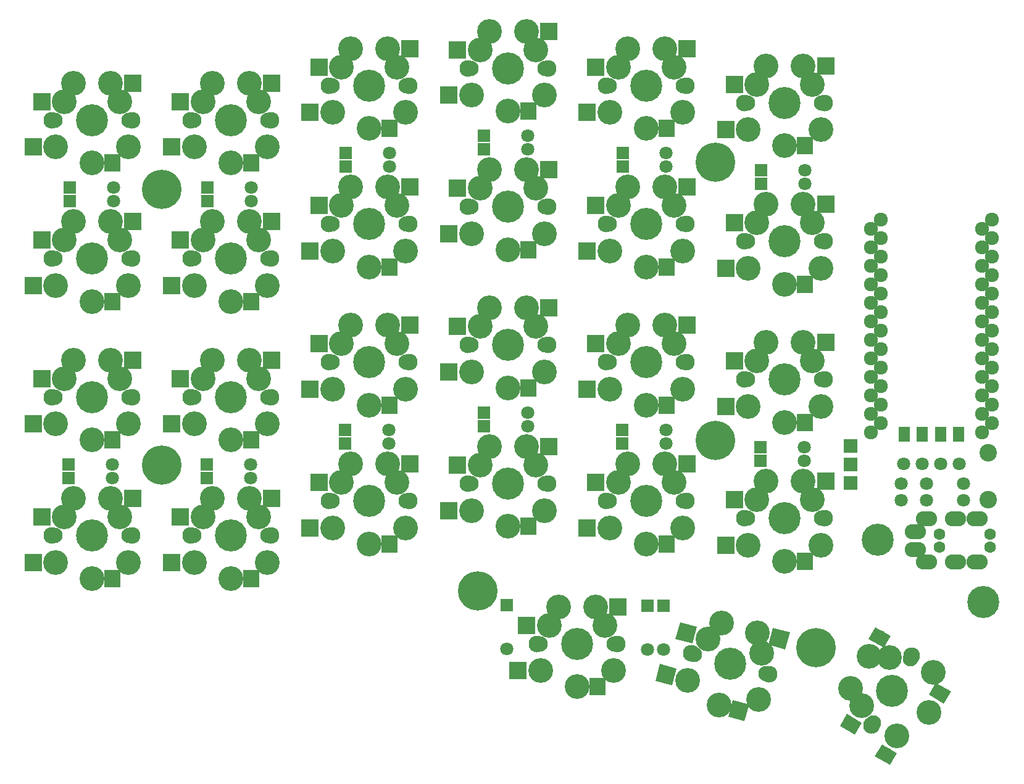
<source format=gbs>
G04 #@! TF.GenerationSoftware,KiCad,Pcbnew,(5.1.0)-1*
G04 #@! TF.CreationDate,2019-05-05T14:00:57-05:00*
G04 #@! TF.ProjectId,corne-chocolate,636f726e-652d-4636-986f-636f6c617465,2.1*
G04 #@! TF.SameCoordinates,Original*
G04 #@! TF.FileFunction,Soldermask,Bot*
G04 #@! TF.FilePolarity,Negative*
%FSLAX46Y46*%
G04 Gerber Fmt 4.6, Leading zero omitted, Abs format (unit mm)*
G04 Created by KiCad (PCBNEW (5.1.0)-1) date 2019-05-05 14:00:57*
%MOMM*%
%LPD*%
G04 APERTURE LIST*
%ADD10R,1.797000X1.797000*%
%ADD11C,1.797000*%
%ADD12C,4.400000*%
%ADD13C,1.900000*%
%ADD14C,0.100000*%
%ADD15C,3.400000*%
%ADD16C,2.100000*%
%ADD17C,2.300000*%
%ADD18C,0.500000*%
%ADD19R,2.400000X2.400000*%
%ADD20R,2.300000X2.400000*%
%ADD21C,2.400000*%
%ADD22C,5.400000*%
%ADD23C,1.600000*%
%ADD24O,2.900000X2.100000*%
%ADD25C,1.924000*%
%ADD26R,1.543000X1.035000*%
%ADD27R,1.924000X1.924000*%
G04 APERTURE END LIST*
D10*
X66938900Y-67411600D03*
D11*
X72938900Y-67411600D03*
D10*
X123746000Y-98247200D03*
D11*
X129746000Y-98247200D03*
D10*
X148363600Y-124750000D03*
D11*
X148363600Y-130750000D03*
D10*
X161744400Y-64973200D03*
D11*
X167744400Y-64973200D03*
D10*
X142745200Y-62636400D03*
D11*
X148745200Y-62636400D03*
D10*
X123746000Y-60248800D03*
D11*
X129746000Y-60248800D03*
D10*
X104797600Y-62636400D03*
D11*
X110797600Y-62636400D03*
D10*
X85773000Y-67360800D03*
D11*
X91773000Y-67360800D03*
D10*
X142745200Y-64516000D03*
D11*
X148745200Y-64516000D03*
D10*
X66926200Y-69265800D03*
D11*
X72926200Y-69265800D03*
D10*
X85773000Y-69227700D03*
D11*
X91773000Y-69227700D03*
D10*
X104800400Y-64516000D03*
D11*
X110800400Y-64516000D03*
D10*
X123746000Y-62128400D03*
D11*
X129746000Y-62128400D03*
D10*
X161744400Y-66852800D03*
D11*
X167744400Y-66852800D03*
D10*
X66745600Y-105359200D03*
D11*
X72745600Y-105359200D03*
D10*
X85747600Y-105359200D03*
D11*
X91747600Y-105359200D03*
D10*
X104696000Y-100634800D03*
D11*
X110696000Y-100634800D03*
D10*
X142694400Y-100634800D03*
D11*
X148694400Y-100634800D03*
D10*
X161693600Y-103022400D03*
D11*
X167693600Y-103022400D03*
D10*
X66748400Y-107238800D03*
D11*
X72748400Y-107238800D03*
D10*
X85747600Y-107238800D03*
D11*
X91747600Y-107238800D03*
D10*
X104696000Y-102514400D03*
D11*
X110696000Y-102514400D03*
D10*
X123746000Y-100126800D03*
D11*
X129746000Y-100126800D03*
D10*
X161693600Y-104902000D03*
D11*
X167693600Y-104902000D03*
D10*
X126898400Y-124708400D03*
D11*
X126898400Y-130708400D03*
D10*
X146151600Y-124750000D03*
D11*
X146151600Y-130750000D03*
D10*
X142694400Y-102514400D03*
D11*
X148694400Y-102514400D03*
D12*
X192250000Y-124250000D03*
X177750000Y-115750000D03*
D13*
X178017491Y-129132960D03*
D14*
G36*
X177453261Y-127710236D02*
G01*
X179531721Y-128910236D01*
X178581721Y-130555684D01*
X176503261Y-129355684D01*
X177453261Y-127710236D01*
X177453261Y-127710236D01*
G37*
D15*
X175562195Y-138465657D03*
D16*
X177126900Y-140835509D03*
X182206900Y-132036691D03*
D17*
X182416900Y-131672960D03*
X176916900Y-141199240D03*
D12*
X179666900Y-136436100D03*
D15*
X176537491Y-131696395D03*
D13*
X174067195Y-141055073D03*
D14*
G36*
X173502965Y-139632349D02*
G01*
X175581425Y-140832349D01*
X174631425Y-142477797D01*
X172552965Y-141277797D01*
X173502965Y-139632349D01*
X173502965Y-139632349D01*
G37*
D18*
X175520054Y-138458647D03*
D15*
X184776450Y-139386100D03*
X180371194Y-142616227D03*
D13*
X186276450Y-136788024D03*
D14*
G36*
X185712220Y-135365300D02*
G01*
X187790680Y-136565300D01*
X186840680Y-138210748D01*
X184762220Y-137010748D01*
X185712220Y-135365300D01*
X185712220Y-135365300D01*
G37*
D13*
X178871194Y-145214303D03*
D14*
G36*
X178306964Y-143791579D02*
G01*
X180385424Y-144991579D01*
X179435424Y-146637027D01*
X177356964Y-145437027D01*
X178306964Y-143791579D01*
X178306964Y-143791579D01*
G37*
D15*
X185371194Y-133955973D03*
D18*
X179345054Y-131833553D03*
D15*
X173997491Y-136095805D03*
X179372195Y-131866543D03*
X179372195Y-131866543D03*
D19*
X151600000Y-67295000D03*
D15*
X142190000Y-69835000D03*
D16*
X140920000Y-72375000D03*
X151080000Y-72375000D03*
D17*
X151500000Y-72375000D03*
X140500000Y-72375000D03*
D12*
X146000000Y-72375000D03*
D15*
X148540000Y-67295000D03*
D19*
X139100000Y-69835000D03*
D15*
X146000000Y-78275000D03*
X141000000Y-76075000D03*
D20*
X148800000Y-78275000D03*
D19*
X137900000Y-76075000D03*
D15*
X151000000Y-76075000D03*
X143460000Y-67295000D03*
X149810000Y-69835000D03*
D19*
X132600000Y-64920000D03*
D15*
X123190000Y-67460000D03*
D16*
X121920000Y-70000000D03*
X132080000Y-70000000D03*
D17*
X132500000Y-70000000D03*
X121500000Y-70000000D03*
D12*
X127000000Y-70000000D03*
D15*
X129540000Y-64920000D03*
D19*
X120100000Y-67460000D03*
D15*
X127000000Y-75900000D03*
X122000000Y-73700000D03*
D20*
X129800000Y-75900000D03*
D19*
X118900000Y-73700000D03*
D15*
X132000000Y-73700000D03*
X124460000Y-64920000D03*
X130810000Y-67460000D03*
D19*
X170600000Y-50670000D03*
D15*
X161190000Y-53210000D03*
D16*
X159920000Y-55750000D03*
X170080000Y-55750000D03*
D17*
X170500000Y-55750000D03*
X159500000Y-55750000D03*
D12*
X165000000Y-55750000D03*
D15*
X167540000Y-50670000D03*
D19*
X158100000Y-53210000D03*
D15*
X165000000Y-61650000D03*
X160000000Y-59450000D03*
D20*
X167800000Y-61650000D03*
D19*
X156900000Y-59450000D03*
D15*
X170000000Y-59450000D03*
X162460000Y-50670000D03*
X168810000Y-53210000D03*
D19*
X151600000Y-48295000D03*
D15*
X142190000Y-50835000D03*
D16*
X140920000Y-53375000D03*
X151080000Y-53375000D03*
D17*
X151500000Y-53375000D03*
X140500000Y-53375000D03*
D12*
X146000000Y-53375000D03*
D15*
X148540000Y-48295000D03*
D19*
X139100000Y-50835000D03*
D15*
X146000000Y-59275000D03*
X141000000Y-57075000D03*
D20*
X148800000Y-59275000D03*
D19*
X137900000Y-57075000D03*
D15*
X151000000Y-57075000D03*
X143460000Y-48295000D03*
X149810000Y-50835000D03*
D19*
X132600000Y-45920000D03*
D15*
X123190000Y-48460000D03*
D16*
X121920000Y-51000000D03*
X132080000Y-51000000D03*
D17*
X132500000Y-51000000D03*
X121500000Y-51000000D03*
D12*
X127000000Y-51000000D03*
D15*
X129540000Y-45920000D03*
D19*
X120100000Y-48460000D03*
D15*
X127000000Y-56900000D03*
X122000000Y-54700000D03*
D20*
X129800000Y-56900000D03*
D19*
X118900000Y-54700000D03*
D15*
X132000000Y-54700000D03*
X124460000Y-45920000D03*
X130810000Y-48460000D03*
D19*
X113600000Y-48295000D03*
D15*
X104190000Y-50835000D03*
D16*
X102920000Y-53375000D03*
X113080000Y-53375000D03*
D17*
X113500000Y-53375000D03*
X102500000Y-53375000D03*
D12*
X108000000Y-53375000D03*
D15*
X110540000Y-48295000D03*
D19*
X101100000Y-50835000D03*
D15*
X108000000Y-59275000D03*
X103000000Y-57075000D03*
D20*
X110800000Y-59275000D03*
D19*
X99900000Y-57075000D03*
D15*
X113000000Y-57075000D03*
X105460000Y-48295000D03*
X111810000Y-50835000D03*
D19*
X94600000Y-53045000D03*
D15*
X85190000Y-55585000D03*
D16*
X83920000Y-58125000D03*
X94080000Y-58125000D03*
D17*
X94500000Y-58125000D03*
X83500000Y-58125000D03*
D12*
X89000000Y-58125000D03*
D15*
X91540000Y-53045000D03*
D19*
X82100000Y-55585000D03*
D15*
X89000000Y-64025000D03*
X84000000Y-61825000D03*
D20*
X91800000Y-64025000D03*
D19*
X80900000Y-61825000D03*
D15*
X94000000Y-61825000D03*
X86460000Y-53045000D03*
X92810000Y-55585000D03*
D19*
X75600000Y-53045000D03*
D15*
X66190000Y-55585000D03*
D16*
X64920000Y-58125000D03*
X75080000Y-58125000D03*
D17*
X75500000Y-58125000D03*
X64500000Y-58125000D03*
D12*
X70000000Y-58125000D03*
D15*
X72540000Y-53045000D03*
D19*
X63100000Y-55585000D03*
D15*
X70000000Y-64025000D03*
X65000000Y-61825000D03*
D20*
X72800000Y-64025000D03*
D19*
X61900000Y-61825000D03*
D15*
X75000000Y-61825000D03*
X67460000Y-53045000D03*
X73810000Y-55585000D03*
D19*
X75600000Y-72045000D03*
D15*
X66190000Y-74585000D03*
D16*
X64920000Y-77125000D03*
X75080000Y-77125000D03*
D17*
X75500000Y-77125000D03*
X64500000Y-77125000D03*
D12*
X70000000Y-77125000D03*
D15*
X72540000Y-72045000D03*
D19*
X63100000Y-74585000D03*
D15*
X70000000Y-83025000D03*
X65000000Y-80825000D03*
D20*
X72800000Y-83025000D03*
D19*
X61900000Y-80825000D03*
D15*
X75000000Y-80825000D03*
X67460000Y-72045000D03*
X73810000Y-74585000D03*
D21*
X164223985Y-129292483D03*
D14*
G36*
X165693679Y-128443955D02*
G01*
X165072513Y-130762177D01*
X162754291Y-130141011D01*
X163375457Y-127822789D01*
X165693679Y-128443955D01*
X165693679Y-128443955D01*
G37*
D15*
X154477223Y-129310448D03*
D16*
X152593097Y-131435199D03*
X162406903Y-134064801D03*
D17*
X162812592Y-134173505D03*
X152187408Y-131326495D03*
D12*
X157500000Y-132750000D03*
D15*
X161268252Y-128500497D03*
D21*
X151492512Y-128510697D03*
D14*
G36*
X152962206Y-127662169D02*
G01*
X152341040Y-129980391D01*
X150022818Y-129359225D01*
X150643984Y-127041003D01*
X152962206Y-127662169D01*
X152962206Y-127662169D01*
G37*
D15*
X155972968Y-138448962D03*
X151712740Y-135029830D03*
D17*
X158677560Y-139173656D03*
D14*
G36*
X160098958Y-138312187D02*
G01*
X159477792Y-140630409D01*
X157256162Y-140035125D01*
X157877328Y-137716903D01*
X160098958Y-138312187D01*
X160098958Y-138312187D01*
G37*
D21*
X148718370Y-134227491D03*
D14*
G36*
X150188064Y-133378963D02*
G01*
X149566898Y-135697185D01*
X147248676Y-135076019D01*
X147869842Y-132757797D01*
X150188064Y-133378963D01*
X150188064Y-133378963D01*
G37*
D15*
X161371999Y-137618021D03*
X156361349Y-127185696D03*
X161837578Y-131282649D03*
D19*
X151600000Y-86295000D03*
D15*
X142190000Y-88835000D03*
D16*
X140920000Y-91375000D03*
X151080000Y-91375000D03*
D17*
X151500000Y-91375000D03*
X140500000Y-91375000D03*
D12*
X146000000Y-91375000D03*
D15*
X148540000Y-86295000D03*
D19*
X139100000Y-88835000D03*
D15*
X146000000Y-97275000D03*
X141000000Y-95075000D03*
D20*
X148800000Y-97275000D03*
D19*
X137900000Y-95075000D03*
D15*
X151000000Y-95075000D03*
X143460000Y-86295000D03*
X149810000Y-88835000D03*
D19*
X170600000Y-107670000D03*
D15*
X161190000Y-110210000D03*
D16*
X159920000Y-112750000D03*
X170080000Y-112750000D03*
D17*
X170500000Y-112750000D03*
X159500000Y-112750000D03*
D12*
X165000000Y-112750000D03*
D15*
X167540000Y-107670000D03*
D19*
X158100000Y-110210000D03*
D15*
X165000000Y-118650000D03*
X160000000Y-116450000D03*
D20*
X167800000Y-118650000D03*
D19*
X156900000Y-116450000D03*
D15*
X170000000Y-116450000D03*
X162460000Y-107670000D03*
X168810000Y-110210000D03*
D19*
X170600000Y-88670000D03*
D15*
X161190000Y-91210000D03*
D16*
X159920000Y-93750000D03*
X170080000Y-93750000D03*
D17*
X170500000Y-93750000D03*
X159500000Y-93750000D03*
D12*
X165000000Y-93750000D03*
D15*
X167540000Y-88670000D03*
D19*
X158100000Y-91210000D03*
D15*
X165000000Y-99650000D03*
X160000000Y-97450000D03*
D20*
X167800000Y-99650000D03*
D19*
X156900000Y-97450000D03*
D15*
X170000000Y-97450000D03*
X162460000Y-88670000D03*
X168810000Y-91210000D03*
D19*
X170600000Y-69670000D03*
D15*
X161190000Y-72210000D03*
D16*
X159920000Y-74750000D03*
X170080000Y-74750000D03*
D17*
X170500000Y-74750000D03*
X159500000Y-74750000D03*
D12*
X165000000Y-74750000D03*
D15*
X167540000Y-69670000D03*
D19*
X158100000Y-72210000D03*
D15*
X165000000Y-80650000D03*
X160000000Y-78450000D03*
D20*
X167800000Y-80650000D03*
D19*
X156900000Y-78450000D03*
D15*
X170000000Y-78450000D03*
X162460000Y-69670000D03*
X168810000Y-72210000D03*
D19*
X113600000Y-105295000D03*
D15*
X104190000Y-107835000D03*
D16*
X102920000Y-110375000D03*
X113080000Y-110375000D03*
D17*
X113500000Y-110375000D03*
X102500000Y-110375000D03*
D12*
X108000000Y-110375000D03*
D15*
X110540000Y-105295000D03*
D19*
X101100000Y-107835000D03*
D15*
X108000000Y-116275000D03*
X103000000Y-114075000D03*
D20*
X110800000Y-116275000D03*
D19*
X99900000Y-114075000D03*
D15*
X113000000Y-114075000D03*
X105460000Y-105295000D03*
X111810000Y-107835000D03*
D19*
X132600000Y-83920000D03*
D15*
X123190000Y-86460000D03*
D16*
X121920000Y-89000000D03*
X132080000Y-89000000D03*
D17*
X132500000Y-89000000D03*
X121500000Y-89000000D03*
D12*
X127000000Y-89000000D03*
D15*
X129540000Y-83920000D03*
D19*
X120100000Y-86460000D03*
D15*
X127000000Y-94900000D03*
X122000000Y-92700000D03*
D20*
X129800000Y-94900000D03*
D19*
X118900000Y-92700000D03*
D15*
X132000000Y-92700000D03*
X124460000Y-83920000D03*
X130810000Y-86460000D03*
D19*
X113600000Y-67295000D03*
D15*
X104190000Y-69835000D03*
D16*
X102920000Y-72375000D03*
X113080000Y-72375000D03*
D17*
X113500000Y-72375000D03*
X102500000Y-72375000D03*
D12*
X108000000Y-72375000D03*
D15*
X110540000Y-67295000D03*
D19*
X101100000Y-69835000D03*
D15*
X108000000Y-78275000D03*
X103000000Y-76075000D03*
D20*
X110800000Y-78275000D03*
D19*
X99900000Y-76075000D03*
D15*
X113000000Y-76075000D03*
X105460000Y-67295000D03*
X111810000Y-69835000D03*
D19*
X94600000Y-110045000D03*
D15*
X85190000Y-112585000D03*
D16*
X83920000Y-115125000D03*
X94080000Y-115125000D03*
D17*
X94500000Y-115125000D03*
X83500000Y-115125000D03*
D12*
X89000000Y-115125000D03*
D15*
X91540000Y-110045000D03*
D19*
X82100000Y-112585000D03*
D15*
X89000000Y-121025000D03*
X84000000Y-118825000D03*
D20*
X91800000Y-121025000D03*
D19*
X80900000Y-118825000D03*
D15*
X94000000Y-118825000D03*
X86460000Y-110045000D03*
X92810000Y-112585000D03*
D19*
X94600000Y-72045000D03*
D15*
X85190000Y-74585000D03*
D16*
X83920000Y-77125000D03*
X94080000Y-77125000D03*
D17*
X94500000Y-77125000D03*
X83500000Y-77125000D03*
D12*
X89000000Y-77125000D03*
D15*
X91540000Y-72045000D03*
D19*
X82100000Y-74585000D03*
D15*
X89000000Y-83025000D03*
X84000000Y-80825000D03*
D20*
X91800000Y-83025000D03*
D19*
X80900000Y-80825000D03*
D15*
X94000000Y-80825000D03*
X86460000Y-72045000D03*
X92810000Y-74585000D03*
D19*
X151600000Y-105295000D03*
D15*
X142190000Y-107835000D03*
D16*
X140920000Y-110375000D03*
X151080000Y-110375000D03*
D17*
X151500000Y-110375000D03*
X140500000Y-110375000D03*
D12*
X146000000Y-110375000D03*
D15*
X148540000Y-105295000D03*
D19*
X139100000Y-107835000D03*
D15*
X146000000Y-116275000D03*
X141000000Y-114075000D03*
D20*
X148800000Y-116275000D03*
D19*
X137900000Y-114075000D03*
D15*
X151000000Y-114075000D03*
X143460000Y-105295000D03*
X149810000Y-107835000D03*
D19*
X132600000Y-102920000D03*
D15*
X123190000Y-105460000D03*
D16*
X121920000Y-108000000D03*
X132080000Y-108000000D03*
D17*
X132500000Y-108000000D03*
X121500000Y-108000000D03*
D12*
X127000000Y-108000000D03*
D15*
X129540000Y-102920000D03*
D19*
X120100000Y-105460000D03*
D15*
X127000000Y-113900000D03*
X122000000Y-111700000D03*
D20*
X129800000Y-113900000D03*
D19*
X118900000Y-111700000D03*
D15*
X132000000Y-111700000D03*
X124460000Y-102920000D03*
X130810000Y-105460000D03*
D19*
X142100000Y-124920000D03*
D15*
X132690000Y-127460000D03*
D16*
X131420000Y-130000000D03*
X141580000Y-130000000D03*
D17*
X142000000Y-130000000D03*
X131000000Y-130000000D03*
D12*
X136500000Y-130000000D03*
D15*
X139040000Y-124920000D03*
D19*
X129600000Y-127460000D03*
D15*
X136500000Y-135900000D03*
X131500000Y-133700000D03*
D20*
X139300000Y-135900000D03*
D19*
X128400000Y-133700000D03*
D15*
X141500000Y-133700000D03*
X133960000Y-124920000D03*
X140310000Y-127460000D03*
D19*
X75600000Y-110045000D03*
D15*
X66190000Y-112585000D03*
D16*
X64920000Y-115125000D03*
X75080000Y-115125000D03*
D17*
X75500000Y-115125000D03*
X64500000Y-115125000D03*
D12*
X70000000Y-115125000D03*
D15*
X72540000Y-110045000D03*
D19*
X63100000Y-112585000D03*
D15*
X70000000Y-121025000D03*
X65000000Y-118825000D03*
D20*
X72800000Y-121025000D03*
D19*
X61900000Y-118825000D03*
D15*
X75000000Y-118825000D03*
X67460000Y-110045000D03*
X73810000Y-112585000D03*
D19*
X113600000Y-86295000D03*
D15*
X104190000Y-88835000D03*
D16*
X102920000Y-91375000D03*
X113080000Y-91375000D03*
D17*
X113500000Y-91375000D03*
X102500000Y-91375000D03*
D12*
X108000000Y-91375000D03*
D15*
X110540000Y-86295000D03*
D19*
X101100000Y-88835000D03*
D15*
X108000000Y-97275000D03*
X103000000Y-95075000D03*
D20*
X110800000Y-97275000D03*
D19*
X99900000Y-95075000D03*
D15*
X113000000Y-95075000D03*
X105460000Y-86295000D03*
X111810000Y-88835000D03*
D19*
X94600000Y-91045000D03*
D15*
X85190000Y-93585000D03*
D16*
X83920000Y-96125000D03*
X94080000Y-96125000D03*
D17*
X94500000Y-96125000D03*
X83500000Y-96125000D03*
D12*
X89000000Y-96125000D03*
D15*
X91540000Y-91045000D03*
D19*
X82100000Y-93585000D03*
D15*
X89000000Y-102025000D03*
X84000000Y-99825000D03*
D20*
X91800000Y-102025000D03*
D19*
X80900000Y-99825000D03*
D15*
X94000000Y-99825000D03*
X86460000Y-91045000D03*
X92810000Y-93585000D03*
D19*
X75600000Y-91045000D03*
D15*
X66190000Y-93585000D03*
D16*
X64920000Y-96125000D03*
X75080000Y-96125000D03*
D17*
X75500000Y-96125000D03*
X64500000Y-96125000D03*
D12*
X70000000Y-96125000D03*
D15*
X72540000Y-91045000D03*
D19*
X63100000Y-93585000D03*
D15*
X70000000Y-102025000D03*
X65000000Y-99825000D03*
D20*
X72800000Y-102025000D03*
D19*
X61900000Y-99825000D03*
D15*
X75000000Y-99825000D03*
X67460000Y-91045000D03*
X73810000Y-93585000D03*
D22*
X155500000Y-102108000D03*
X155500000Y-63892000D03*
X79500000Y-67642000D03*
D23*
X186200000Y-114950000D03*
X193200000Y-114950000D03*
D24*
X184400000Y-112850000D03*
X182900000Y-117050000D03*
X191400000Y-112850000D03*
X188400000Y-112850000D03*
D23*
X193200000Y-116700000D03*
X186200000Y-116700000D03*
D24*
X191400000Y-118800000D03*
X188400000Y-118800000D03*
X184400000Y-118800000D03*
X182900000Y-114600000D03*
D25*
X192100000Y-73042000D03*
X192100000Y-75582000D03*
X192100000Y-78122000D03*
X192100000Y-80662000D03*
X192100000Y-83202000D03*
X192100000Y-85742000D03*
X192100000Y-88282000D03*
X192100000Y-90822000D03*
X192100000Y-93362000D03*
X192100000Y-95902000D03*
X192100000Y-98442000D03*
X192100000Y-100982000D03*
X176860000Y-100982000D03*
X176860000Y-98442000D03*
X176860000Y-95902000D03*
X176860000Y-93362000D03*
X176860000Y-90822000D03*
X176860000Y-88282000D03*
X176860000Y-85742000D03*
X176860000Y-83202000D03*
X176860000Y-80662000D03*
X176860000Y-78122000D03*
X176860000Y-75582000D03*
X176860000Y-73042000D03*
X193406400Y-71772000D03*
X193406400Y-74312000D03*
X193406400Y-76852000D03*
X193406400Y-79392000D03*
X193406400Y-81932000D03*
X193406400Y-84472000D03*
X193406400Y-87012000D03*
X193406400Y-89552000D03*
X193406400Y-92092000D03*
X193406400Y-94632000D03*
X193406400Y-97172000D03*
X193406400Y-99712000D03*
X178186400Y-99712000D03*
X178186400Y-97172000D03*
X178186400Y-94632000D03*
X178186400Y-92092000D03*
X178186400Y-89552000D03*
X178186400Y-87012000D03*
X178186400Y-84472000D03*
X178186400Y-81932000D03*
X178186400Y-79392000D03*
X178186400Y-76852000D03*
X178186400Y-74312000D03*
X178186400Y-71772000D03*
D11*
X189540000Y-108000000D03*
X184460000Y-108000000D03*
X189540000Y-110300000D03*
X184460000Y-110300000D03*
D26*
X188875000Y-100749620D03*
X188875000Y-101750380D03*
X186375000Y-100749620D03*
X186375000Y-101750380D03*
X183875000Y-100749620D03*
X183875000Y-101750380D03*
X181375000Y-100749620D03*
X181375000Y-101750380D03*
D27*
X174000000Y-102820000D03*
X174000000Y-105360000D03*
X174000000Y-107900000D03*
D11*
X181300000Y-105300000D03*
X183840000Y-105300000D03*
X186380000Y-105300000D03*
X188920000Y-105300000D03*
D22*
X79500000Y-105500000D03*
X122850000Y-122750000D03*
X169250000Y-130500000D03*
D11*
X181000000Y-108000000D03*
X181000000Y-110300000D03*
D21*
X192900000Y-103750000D03*
X192900000Y-110250000D03*
M02*

</source>
